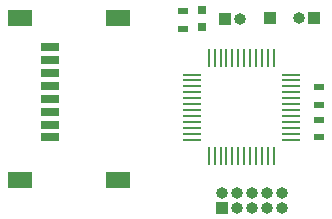
<source format=gbr>
G04 #@! TF.FileFunction,Soldermask,Top*
%FSLAX46Y46*%
G04 Gerber Fmt 4.6, Leading zero omitted, Abs format (unit mm)*
G04 Created by KiCad (PCBNEW 4.0.7) date 04/20/18 18:40:26*
%MOMM*%
%LPD*%
G01*
G04 APERTURE LIST*
%ADD10C,0.100000*%
%ADD11R,0.750000X0.800000*%
%ADD12R,1.500000X0.800000*%
%ADD13R,2.000000X1.450000*%
%ADD14R,1.000000X1.000000*%
%ADD15O,1.000000X1.000000*%
%ADD16R,0.900000X0.500000*%
%ADD17R,1.560000X0.280000*%
%ADD18R,0.280000X1.560000*%
G04 APERTURE END LIST*
D10*
D11*
X139547600Y-85356000D03*
X139547600Y-86856000D03*
D12*
X126720000Y-96175500D03*
X126720000Y-95075500D03*
X126720000Y-93975500D03*
X126720000Y-92875500D03*
X126720000Y-91775500D03*
X126720000Y-90675500D03*
X126720000Y-89575500D03*
X126720000Y-88475500D03*
D13*
X132420000Y-99775500D03*
X124120000Y-99775500D03*
X132420000Y-86025500D03*
X124120000Y-86025500D03*
D14*
X141249400Y-102133400D03*
D15*
X141249400Y-100863400D03*
X142519400Y-102133400D03*
X142519400Y-100863400D03*
X143789400Y-102133400D03*
X143789400Y-100863400D03*
X145059400Y-102133400D03*
X145059400Y-100863400D03*
X146329400Y-102133400D03*
X146329400Y-100863400D03*
D14*
X145338800Y-86080600D03*
X149072600Y-86080600D03*
D15*
X147802600Y-86080600D03*
D14*
X141528800Y-86131400D03*
D15*
X142798800Y-86131400D03*
D16*
X149453600Y-96152400D03*
X149453600Y-94652400D03*
X137922000Y-86957600D03*
X137922000Y-85457600D03*
X149453600Y-91909200D03*
X149453600Y-93409200D03*
D17*
X138695000Y-90849000D03*
X138695000Y-91349000D03*
X138695000Y-91849000D03*
X138695000Y-92349000D03*
X138695000Y-92849000D03*
X138695000Y-93349000D03*
X138695000Y-93849000D03*
X138695000Y-94349000D03*
X138695000Y-94849000D03*
X138695000Y-95349000D03*
X138695000Y-95849000D03*
X138695000Y-96349000D03*
D18*
X140125000Y-97779000D03*
X140625000Y-97779000D03*
X141125000Y-97779000D03*
X141625000Y-97779000D03*
X142125000Y-97779000D03*
X142625000Y-97779000D03*
X143125000Y-97779000D03*
X143625000Y-97779000D03*
X144125000Y-97779000D03*
X144625000Y-97779000D03*
X145125000Y-97779000D03*
X145625000Y-97779000D03*
D17*
X147055000Y-96349000D03*
X147055000Y-95849000D03*
X147055000Y-95349000D03*
X147055000Y-94849000D03*
X147055000Y-94349000D03*
X147055000Y-93849000D03*
X147055000Y-93349000D03*
X147055000Y-92849000D03*
X147055000Y-92349000D03*
X147055000Y-91849000D03*
X147055000Y-91349000D03*
X147055000Y-90849000D03*
D18*
X145625000Y-89419000D03*
X145125000Y-89419000D03*
X144625000Y-89419000D03*
X144125000Y-89419000D03*
X143625000Y-89419000D03*
X143125000Y-89419000D03*
X142625000Y-89419000D03*
X142125000Y-89419000D03*
X141625000Y-89419000D03*
X141125000Y-89419000D03*
X140625000Y-89419000D03*
X140125000Y-89419000D03*
M02*

</source>
